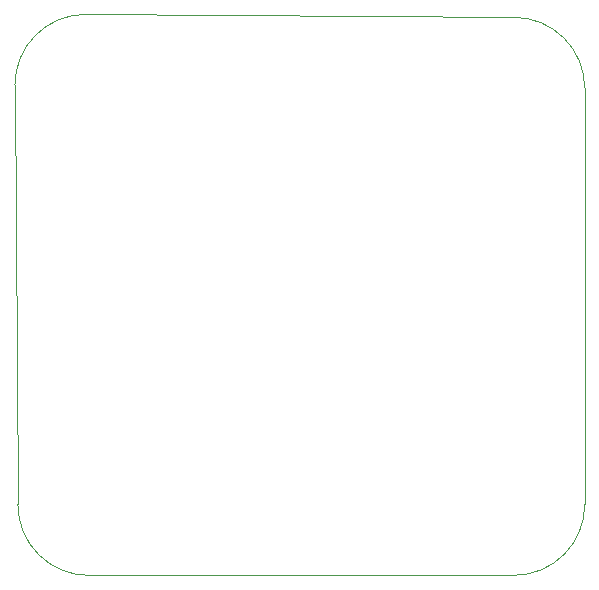
<source format=gbr>
%TF.GenerationSoftware,KiCad,Pcbnew,(6.0.5-0)*%
%TF.CreationDate,2022-07-05T17:16:21+02:00*%
%TF.ProjectId,HWCorso,4857436f-7273-46f2-9e6b-696361645f70,rev?*%
%TF.SameCoordinates,Original*%
%TF.FileFunction,Profile,NP*%
%FSLAX46Y46*%
G04 Gerber Fmt 4.6, Leading zero omitted, Abs format (unit mm)*
G04 Created by KiCad (PCBNEW (6.0.5-0)) date 2022-07-05 17:16:21*
%MOMM*%
%LPD*%
G01*
G04 APERTURE LIST*
%TA.AperFunction,Profile*%
%ADD10C,0.100000*%
%TD*%
G04 APERTURE END LIST*
D10*
X53500000Y-115000000D02*
G75*
G03*
X59500000Y-121000000I6000000J0D01*
G01*
X95500000Y-121000000D02*
G75*
G03*
X101500000Y-115000000I0J6000000D01*
G01*
X101500000Y-79750000D02*
G75*
G03*
X95500000Y-73750000I-6000000J0D01*
G01*
X59250000Y-73500000D02*
G75*
G03*
X53250000Y-79500000I0J-6000000D01*
G01*
X101500000Y-115000000D02*
X101500000Y-79750000D01*
X53250000Y-79500000D02*
X53500000Y-115000000D01*
X95500000Y-73750000D02*
X59250000Y-73500000D01*
X59500000Y-121000000D02*
X95500000Y-121000000D01*
M02*

</source>
